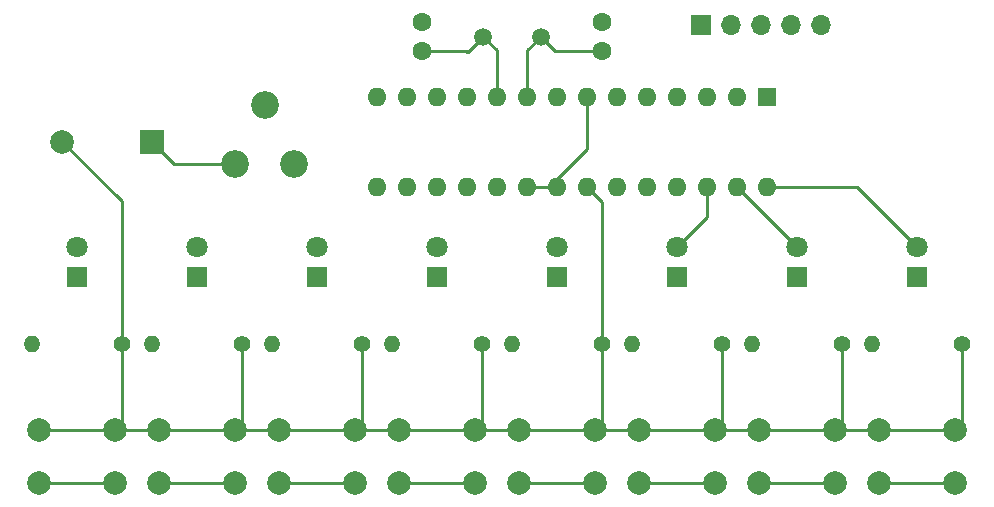
<source format=gbl>
G04 #@! TF.GenerationSoftware,KiCad,Pcbnew,(7.0.0)*
G04 #@! TF.CreationDate,2023-03-25T20:45:11-04:00*
G04 #@! TF.ProjectId,eight_key_piano_standalone_V1,65696768-745f-46b6-9579-5f7069616e6f,rev?*
G04 #@! TF.SameCoordinates,Original*
G04 #@! TF.FileFunction,Copper,L2,Bot*
G04 #@! TF.FilePolarity,Positive*
%FSLAX46Y46*%
G04 Gerber Fmt 4.6, Leading zero omitted, Abs format (unit mm)*
G04 Created by KiCad (PCBNEW (7.0.0)) date 2023-03-25 20:45:11*
%MOMM*%
%LPD*%
G01*
G04 APERTURE LIST*
G04 #@! TA.AperFunction,ComponentPad*
%ADD10C,2.000000*%
G04 #@! TD*
G04 #@! TA.AperFunction,ComponentPad*
%ADD11R,1.800000X1.800000*%
G04 #@! TD*
G04 #@! TA.AperFunction,ComponentPad*
%ADD12C,1.800000*%
G04 #@! TD*
G04 #@! TA.AperFunction,ComponentPad*
%ADD13C,1.400000*%
G04 #@! TD*
G04 #@! TA.AperFunction,ComponentPad*
%ADD14O,1.400000X1.400000*%
G04 #@! TD*
G04 #@! TA.AperFunction,ComponentPad*
%ADD15R,1.700000X1.700000*%
G04 #@! TD*
G04 #@! TA.AperFunction,ComponentPad*
%ADD16O,1.700000X1.700000*%
G04 #@! TD*
G04 #@! TA.AperFunction,ComponentPad*
%ADD17C,2.340000*%
G04 #@! TD*
G04 #@! TA.AperFunction,ComponentPad*
%ADD18C,1.600000*%
G04 #@! TD*
G04 #@! TA.AperFunction,ComponentPad*
%ADD19C,1.500000*%
G04 #@! TD*
G04 #@! TA.AperFunction,ComponentPad*
%ADD20R,2.000000X2.000000*%
G04 #@! TD*
G04 #@! TA.AperFunction,ComponentPad*
%ADD21R,1.600000X1.600000*%
G04 #@! TD*
G04 #@! TA.AperFunction,ComponentPad*
%ADD22O,1.600000X1.600000*%
G04 #@! TD*
G04 #@! TA.AperFunction,Conductor*
%ADD23C,0.250000*%
G04 #@! TD*
G04 APERTURE END LIST*
D10*
X110923000Y-114971000D03*
X117423000Y-114971000D03*
X110923000Y-119471000D03*
X117423000Y-119471000D03*
D11*
X175132999Y-101980999D03*
D12*
X175133000Y-99441000D03*
D10*
X171883000Y-114971000D03*
X178383000Y-114971000D03*
X171883000Y-119471000D03*
X178383000Y-119471000D03*
D13*
X189103000Y-107696000D03*
D14*
X181482999Y-107695999D03*
D10*
X161723000Y-114971000D03*
X168223000Y-114971000D03*
X161723000Y-119471000D03*
X168223000Y-119471000D03*
D15*
X167009999Y-80644999D03*
D16*
X169549999Y-80644999D03*
X172089999Y-80644999D03*
X174629999Y-80644999D03*
X177169999Y-80644999D03*
D11*
X144652999Y-101980999D03*
D12*
X144653000Y-99441000D03*
D13*
X128143000Y-107696000D03*
D14*
X120522999Y-107695999D03*
D13*
X158623000Y-107696000D03*
D14*
X151002999Y-107695999D03*
D17*
X127573000Y-92416000D03*
X130073000Y-87416000D03*
X132573000Y-92416000D03*
D18*
X158623000Y-82911000D03*
X158623000Y-80411000D03*
X143383000Y-82891000D03*
X143383000Y-80391000D03*
D10*
X182043000Y-114971000D03*
X188543000Y-114971000D03*
X182043000Y-119471000D03*
X188543000Y-119471000D03*
D19*
X148553000Y-81661000D03*
X153433000Y-81661000D03*
D20*
X120512999Y-90550999D03*
D10*
X112913000Y-90551000D03*
D11*
X164972999Y-101980999D03*
D12*
X164973000Y-99441000D03*
D10*
X121083000Y-114971000D03*
X127583000Y-114971000D03*
X121083000Y-119471000D03*
X127583000Y-119471000D03*
X131243000Y-114971000D03*
X137743000Y-114971000D03*
X131243000Y-119471000D03*
X137743000Y-119471000D03*
D13*
X178943000Y-107696000D03*
D14*
X171322999Y-107695999D03*
D11*
X114172999Y-101980999D03*
D12*
X114173000Y-99441000D03*
D13*
X117983000Y-107696000D03*
D14*
X110362999Y-107695999D03*
D11*
X185292999Y-101980999D03*
D12*
X185293000Y-99441000D03*
D13*
X148463000Y-107696000D03*
D14*
X140842999Y-107695999D03*
D11*
X154812999Y-101980999D03*
D12*
X154813000Y-99441000D03*
D10*
X151563000Y-114971000D03*
X158063000Y-114971000D03*
X151563000Y-119471000D03*
X158063000Y-119471000D03*
D13*
X138303000Y-107696000D03*
D14*
X130682999Y-107695999D03*
D10*
X141403000Y-114971000D03*
X147903000Y-114971000D03*
X141403000Y-119471000D03*
X147903000Y-119471000D03*
D11*
X124332999Y-101980999D03*
D12*
X124333000Y-99441000D03*
D21*
X172592999Y-86740999D03*
D22*
X170052999Y-86740999D03*
X167512999Y-86740999D03*
X164972999Y-86740999D03*
X162432999Y-86740999D03*
X159892999Y-86740999D03*
X157352999Y-86740999D03*
X154812999Y-86740999D03*
X152272999Y-86740999D03*
X149732999Y-86740999D03*
X147192999Y-86740999D03*
X144652999Y-86740999D03*
X142112999Y-86740999D03*
X139572999Y-86740999D03*
X139572999Y-94360999D03*
X142112999Y-94360999D03*
X144652999Y-94360999D03*
X147192999Y-94360999D03*
X149732999Y-94360999D03*
X152272999Y-94360999D03*
X154812999Y-94360999D03*
X157352999Y-94360999D03*
X159892999Y-94360999D03*
X162432999Y-94360999D03*
X164972999Y-94360999D03*
X167512999Y-94360999D03*
X170052999Y-94360999D03*
X172592999Y-94360999D03*
D11*
X134492999Y-101980999D03*
D12*
X134493000Y-99441000D03*
D13*
X168783000Y-107696000D03*
D14*
X161162999Y-107695999D03*
D23*
X178383000Y-119471000D02*
X171883000Y-119471000D01*
X148553000Y-81661000D02*
X147283000Y-82931000D01*
X147193000Y-82931000D02*
X147153000Y-82891000D01*
X147283000Y-82931000D02*
X147193000Y-82931000D01*
X149733000Y-82841000D02*
X149733000Y-86741000D01*
X147153000Y-82891000D02*
X143383000Y-82891000D01*
X148553000Y-81661000D02*
X149733000Y-82841000D01*
X137743000Y-114971000D02*
X131243000Y-114971000D01*
X158623000Y-107696000D02*
X158623000Y-95631000D01*
X178943000Y-114411000D02*
X178383000Y-114971000D01*
X158623000Y-95631000D02*
X157353000Y-94361000D01*
X168223000Y-114971000D02*
X171883000Y-114971000D01*
X138303000Y-107696000D02*
X138303000Y-114411000D01*
X117983000Y-107696000D02*
X117983000Y-95621000D01*
X128143000Y-107696000D02*
X128143000Y-114411000D01*
X147903000Y-114971000D02*
X151563000Y-114971000D01*
X117983000Y-95621000D02*
X112913000Y-90551000D01*
X189103000Y-114411000D02*
X188543000Y-114971000D01*
X117983000Y-114411000D02*
X117423000Y-114971000D01*
X168783000Y-107696000D02*
X168783000Y-114411000D01*
X158623000Y-114411000D02*
X158063000Y-114971000D01*
X188543000Y-114971000D02*
X182043000Y-114971000D01*
X137743000Y-114971000D02*
X141403000Y-114971000D01*
X158623000Y-107696000D02*
X158623000Y-114411000D01*
X189103000Y-107696000D02*
X189103000Y-114411000D01*
X127583000Y-114971000D02*
X131243000Y-114971000D01*
X178943000Y-107696000D02*
X178943000Y-114411000D01*
X178383000Y-114971000D02*
X171883000Y-114971000D01*
X128143000Y-114411000D02*
X127583000Y-114971000D01*
X147903000Y-114971000D02*
X141403000Y-114971000D01*
X117983000Y-107696000D02*
X117983000Y-114411000D01*
X178383000Y-114971000D02*
X182043000Y-114971000D01*
X117423000Y-114971000D02*
X110923000Y-114971000D01*
X158063000Y-114971000D02*
X161723000Y-114971000D01*
X158063000Y-114971000D02*
X151563000Y-114971000D01*
X148463000Y-114411000D02*
X147903000Y-114971000D01*
X168783000Y-114411000D02*
X168223000Y-114971000D01*
X117423000Y-114971000D02*
X121083000Y-114971000D01*
X127583000Y-114971000D02*
X121083000Y-114971000D01*
X148463000Y-107696000D02*
X148463000Y-114411000D01*
X168223000Y-114971000D02*
X161723000Y-114971000D01*
X138303000Y-114411000D02*
X137743000Y-114971000D01*
X152273000Y-82821000D02*
X152273000Y-86741000D01*
X154683000Y-82911000D02*
X153433000Y-81661000D01*
X153433000Y-81661000D02*
X152273000Y-82821000D01*
X158623000Y-82911000D02*
X154683000Y-82911000D01*
X157353000Y-91186000D02*
X154178000Y-94361000D01*
X157353000Y-86741000D02*
X157353000Y-91186000D01*
X154178000Y-94361000D02*
X152273000Y-94361000D01*
X188543000Y-119471000D02*
X182043000Y-119471000D01*
X167513000Y-96901000D02*
X164973000Y-99441000D01*
X167513000Y-94361000D02*
X167513000Y-96901000D01*
X170053000Y-94361000D02*
X175133000Y-99441000D01*
X180213000Y-94361000D02*
X185293000Y-99441000D01*
X172593000Y-94361000D02*
X180213000Y-94361000D01*
X117423000Y-119471000D02*
X110923000Y-119471000D01*
X127583000Y-119471000D02*
X121083000Y-119471000D01*
X137743000Y-119471000D02*
X131243000Y-119471000D01*
X147903000Y-119471000D02*
X141403000Y-119471000D01*
X158063000Y-119471000D02*
X151563000Y-119471000D01*
X168223000Y-119471000D02*
X161723000Y-119471000D01*
X127573000Y-92416000D02*
X122378000Y-92416000D01*
X122378000Y-92416000D02*
X120513000Y-90551000D01*
M02*

</source>
